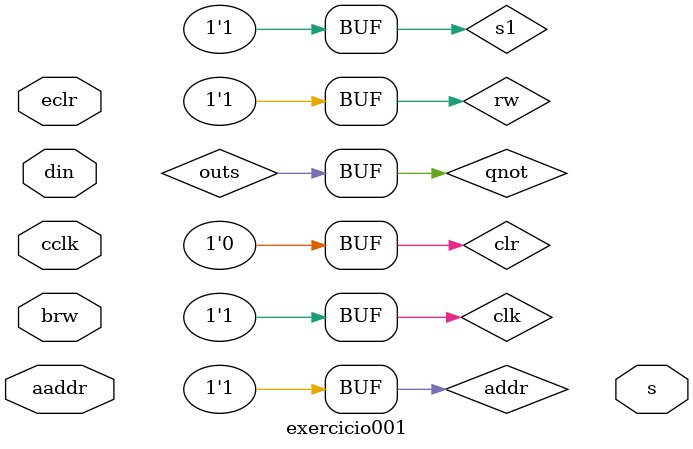
<source format=v>
`include "jkFF.v"

module exercicio001(input aaddr,input brw,input cclk, input din, output s, input eclr);

	reg addr,rw,clk,in01,in02,in03,clr;
	
	wire s1,outs;
	
		and And01(s1,addr,rw,clk);
	
		jkff J01(q,qnot,s1,in00,clk);
		jkff J02(q,qnot,s1,in01,clk);
		jkff J03(q,qnot,s1,in02,clk);
		jkff J04(q,qnot,s1,in03,clk);
	
		and And02(outs,qnot,addr);
	
	initial begin 
		$display ( "Guia 10 - Pedro Henrique Hardeman Guedes" );
		$display ( "Matrícula: 397260" ); 
	
		addr = 0; 
		clk = 0; 
		rw = 0;
		clr = 0; 
	
		$monitor( "%4d %4b", $time, outs ); 
	
		#1 clk = 0; addr = 0; rw = 1; 
		#1 clk = 0; addr = 1; rw = 0;
		#1 clk = 0; addr = 1; rw = 1;
		#1 clk = 1; addr = 0; rw = 0;
		#1 clk = 1; addr = 0; rw = 1;
		#1 clk = 1; addr = 1; rw = 0;
		#1 clk = 1; addr = 1; rw = 1;
	
	end 
	
endmodule
	
// OBS.: SIMULAR NO LOGISIM.
	
</source>
